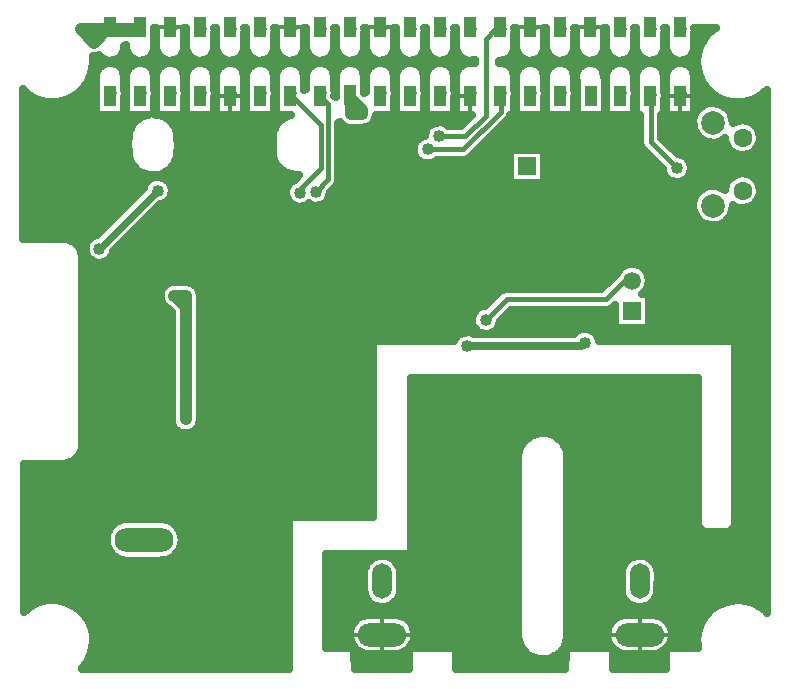
<source format=gbr>
G04 DipTrace 2.4.0.2*
%INBottom.gbr*%
%MOIN*%
%ADD14C,0.0236*%
%ADD15C,0.0394*%
%ADD17C,0.013*%
%ADD18C,0.026*%
%ADD20C,0.0157*%
%ADD23C,0.04*%
%ADD24C,0.025*%
%ADD30O,0.1614X0.0787*%
%ADD31O,0.0669X0.1181*%
%ADD32R,0.0402X0.0709*%
%ADD33R,0.0591X0.0591*%
%ADD34C,0.0591*%
%ADD35O,0.1772X0.0787*%
%ADD36O,0.1969X0.0787*%
%ADD37O,0.0787X0.1772*%
%ADD41C,0.063*%
%ADD42C,0.0787*%
%FSLAX44Y44*%
G04*
G70*
G90*
G75*
G01*
%LNBottom*%
%LPD*%
X8187Y25683D2*
D15*
X6687D1*
X6250D2*
X6687D1*
X6250D2*
X6687Y25246D1*
X7125Y25683D1*
X7187D1*
X6687D2*
Y25246D1*
X8187Y25683D2*
X7687D1*
X7187D1*
X8187D2*
Y25621D1*
X7062D1*
X6687Y25246D1*
Y25683D2*
D3*
X19125Y15121D2*
D18*
X22937D1*
X23062Y15246D1*
X9750Y12683D2*
D17*
Y12996D1*
D15*
Y16437D1*
Y16808D1*
Y13058D2*
D17*
Y12996D1*
D15*
Y13058D1*
X9375Y16808D2*
X9750D1*
X9375D2*
X9378D1*
X9750Y16437D1*
Y12683D2*
Y13058D1*
X15625Y22871D2*
Y22987D1*
X15250Y23362D1*
Y22871D1*
X24625Y17308D2*
D20*
X24375D1*
X23750Y16683D1*
X20449D1*
X19762Y15996D1*
X15250Y22871D2*
D3*
D15*
X15625D1*
X7250Y23558D2*
D20*
Y23473D1*
X7232Y23455D1*
X26232Y25758D2*
Y25701D1*
X26250Y25683D1*
X11250Y23558D2*
Y23473D1*
X11232Y23455D1*
X13250Y25683D2*
Y25740D1*
X13232Y25758D1*
X16250Y25683D2*
Y25740D1*
X16232Y25758D1*
X13562Y20246D2*
Y20371D1*
X14250Y21058D1*
Y22496D1*
X13290Y23455D1*
X13232D1*
X13250Y23558D2*
Y23473D1*
X13232Y23455D1*
X18187Y22121D2*
X19062D1*
X19750Y22808D1*
Y25371D1*
X20062Y25683D1*
X20250D1*
Y25740D1*
X20232Y25758D1*
X17812Y21683D2*
X19000D1*
X20250Y22933D1*
Y23437D1*
X20232Y23455D1*
X20250Y23558D2*
Y23437D1*
X6875Y18371D2*
D14*
X8812Y20308D1*
X14250Y25683D2*
D20*
Y25740D1*
X14232Y25758D1*
X15250Y25683D2*
Y25740D1*
X15232Y25758D1*
X23250Y23558D2*
Y23466D1*
X23261Y23455D1*
X14093Y20277D2*
X14500Y20683D1*
Y23187D1*
X14232Y23455D1*
X14250Y23558D2*
Y23473D1*
X14232Y23455D1*
X26125Y21058D2*
X25250Y21933D1*
Y23496D1*
D23*
X6687Y25683D3*
D3*
D3*
D3*
X19125Y15121D3*
X23062Y15246D3*
X9750Y12683D3*
Y16808D3*
D3*
Y12683D3*
X15250Y22871D3*
D3*
X19762Y15996D3*
X13562Y20246D3*
X18187Y22121D3*
X17812Y21683D3*
X6875Y18371D3*
X8812Y20308D3*
X14093Y20277D3*
X26125Y21058D3*
X9750Y13058D3*
X9375Y16808D3*
X7687Y25683D3*
X6250D3*
X6687Y25246D3*
X7187Y25683D3*
X8187D3*
X15625Y22871D3*
X18125Y18121D3*
X23062Y16121D3*
X22875Y13621D3*
X17375Y12621D3*
Y10433D3*
Y8121D3*
X14562Y8058D3*
Y5433D3*
X17937Y5183D3*
X20437Y4496D3*
X23187Y5183D3*
X26625Y5433D3*
Y11433D3*
Y13937D3*
X19750Y13621D3*
X9250Y25683D3*
X22562Y9433D3*
X20625Y7871D3*
X26625Y8433D3*
X23875Y10058D3*
X19062Y8683D3*
X14250Y17371D3*
X4562Y18871D3*
X4437Y23371D3*
X6187D3*
Y21183D3*
X6437Y15058D3*
X6375Y11558D3*
X4500Y10933D3*
Y8433D3*
Y6496D3*
X6500Y4496D3*
X8937D3*
X11937D3*
X22562Y6433D3*
X13062Y5683D3*
Y8683D3*
X14437Y9558D3*
X15812Y11371D3*
Y14371D3*
X17250Y20183D3*
X17062Y15433D3*
X24437D3*
X27437D3*
X28687Y13058D3*
Y10058D3*
Y7058D3*
X6437Y9058D3*
X6812D3*
X8562Y12058D3*
Y11558D3*
X8750Y11808D3*
X8937Y12058D3*
Y11558D3*
X9125Y11808D3*
X9312Y11558D3*
Y12058D3*
X8375Y11808D3*
X8187Y12058D3*
Y11558D3*
X16562Y17621D3*
X15500Y19183D3*
X13187Y20746D3*
X23189Y20310D3*
X21500Y18121D3*
X23312D3*
X24814Y20247D3*
X26312Y20308D3*
X25252Y17997D3*
X26564Y19310D3*
X26250Y22371D3*
X27000Y25621D3*
X24250Y21933D3*
X28937Y23308D3*
Y20746D3*
Y17183D3*
X9062Y16183D3*
Y14621D3*
X10875D3*
Y16183D3*
X11062Y20683D3*
X7812Y21183D3*
X9062Y19683D3*
X10250Y25683D3*
X11250D3*
X12250D3*
X13250D3*
X14250D3*
X15250D3*
X16250D3*
X17250D3*
X18250D3*
X19250D3*
X20250D3*
X21250D3*
X22250D3*
X23250D3*
X24250D3*
X25250D3*
X26250D3*
X22250Y23558D3*
X23250D3*
X24250D3*
X25250Y23496D3*
X26250Y23558D3*
X17250D3*
X18250D3*
X19250D3*
X20250D3*
X21250D3*
X12250D3*
X13250D3*
X14250D3*
X21750Y24621D3*
X16250Y23558D3*
X7250D3*
X8250D3*
X9250D3*
X10250D3*
X11250D3*
X18687Y24621D3*
X15750D3*
X24750D3*
X6375Y11933D3*
X26722Y25497D2*
D24*
X27113D1*
X26722Y25248D2*
X26941D1*
X26706Y25000D2*
X26836D1*
X6679Y24751D2*
X6914D1*
X7550D2*
X7914D1*
X8550D2*
X8914D1*
X9550D2*
X9914D1*
X10550D2*
X10914D1*
X11550D2*
X11914D1*
X12550D2*
X12914D1*
X13550D2*
X13914D1*
X14550D2*
X14914D1*
X15550D2*
X15914D1*
X16550D2*
X16914D1*
X17550D2*
X17914D1*
X18550D2*
X18914D1*
X20550D2*
X20914D1*
X21550D2*
X21914D1*
X22550D2*
X22914D1*
X23550D2*
X23914D1*
X24550D2*
X24914D1*
X25550D2*
X25914D1*
X26550D2*
X26785D1*
X6683Y24502D2*
X6969D1*
X7495D2*
X7969D1*
X8495D2*
X8969D1*
X9495D2*
X9969D1*
X10495D2*
X10969D1*
X11495D2*
X11969D1*
X12495D2*
X12969D1*
X13495D2*
X13969D1*
X14495D2*
X14969D1*
X15495D2*
X15969D1*
X16495D2*
X16969D1*
X17495D2*
X17969D1*
X18495D2*
X18969D1*
X20495D2*
X20969D1*
X21495D2*
X21969D1*
X22495D2*
X22969D1*
X23495D2*
X23969D1*
X24495D2*
X24969D1*
X25495D2*
X25969D1*
X26495D2*
X26781D1*
X6640Y24254D2*
X6772D1*
X7694D2*
X7771D1*
X8694D2*
X8771D1*
X9694D2*
X9771D1*
X10694D2*
X10771D1*
X11694D2*
X11771D1*
X12694D2*
X12771D1*
X13694D2*
X13771D1*
X14694D2*
X14771D1*
X15694D2*
X15771D1*
X16694D2*
X16771D1*
X17694D2*
X17771D1*
X18694D2*
X18771D1*
X20694D2*
X20771D1*
X21694D2*
X21771D1*
X22694D2*
X22771D1*
X23694D2*
X23771D1*
X24694D2*
X24771D1*
X25694D2*
X25771D1*
X26694D2*
X26824D1*
X6546Y24005D2*
X6742D1*
X26722D2*
X26918D1*
X6386Y23756D2*
X6742D1*
X26722D2*
X27082D1*
X4337Y23508D2*
X4512D1*
X6120D2*
X6742D1*
X26722D2*
X27348D1*
X28952D2*
X29101D1*
X4337Y23259D2*
X6742D1*
X26722D2*
X29101D1*
X4337Y23010D2*
X6742D1*
X26722D2*
X26818D1*
X27847D2*
X29101D1*
X4337Y22761D2*
X8262D1*
X9058D2*
X13051D1*
X16101D2*
X19191D1*
X20573D2*
X24883D1*
X25616D2*
X26676D1*
X27987D2*
X29101D1*
X4337Y22513D2*
X7973D1*
X9351D2*
X12769D1*
X15944D2*
X17914D1*
X18460D2*
X18941D1*
X20339D2*
X24883D1*
X25616D2*
X26652D1*
X28722D2*
X29101D1*
X4337Y22264D2*
X7851D1*
X9472D2*
X12652D1*
X14866D2*
X17719D1*
X20093D2*
X24883D1*
X25616D2*
X26723D1*
X28886D2*
X29101D1*
X4337Y22015D2*
X7816D1*
X9503D2*
X12621D1*
X14866D2*
X17461D1*
X19843D2*
X24883D1*
X25679D2*
X26953D1*
X28913D2*
X29101D1*
X4337Y21767D2*
X7816D1*
X9503D2*
X12621D1*
X14866D2*
X17328D1*
X19593D2*
X24926D1*
X25925D2*
X27797D1*
X28827D2*
X29101D1*
X4337Y21518D2*
X7828D1*
X9495D2*
X12629D1*
X14866D2*
X17351D1*
X19347D2*
X20539D1*
X21710D2*
X25152D1*
X26218D2*
X28137D1*
X28487D2*
X29101D1*
X4337Y21269D2*
X7906D1*
X9413D2*
X12711D1*
X14866D2*
X17574D1*
X18050D2*
X20539D1*
X21710D2*
X25402D1*
X26566D2*
X29101D1*
X4337Y21021D2*
X8101D1*
X9218D2*
X12910D1*
X14866D2*
X20539D1*
X21710D2*
X25637D1*
X26612D2*
X29101D1*
X4337Y20772D2*
X8758D1*
X8868D2*
X13453D1*
X14866D2*
X20539D1*
X21710D2*
X25734D1*
X26515D2*
X27937D1*
X28687D2*
X29101D1*
X4337Y20523D2*
X8375D1*
X9249D2*
X13164D1*
X14827D2*
X27750D1*
X28874D2*
X29101D1*
X4337Y20275D2*
X8211D1*
X9300D2*
X13074D1*
X14601D2*
X26836D1*
X28917D2*
X29101D1*
X4337Y20026D2*
X7965D1*
X9206D2*
X13129D1*
X14511D2*
X26680D1*
X28843D2*
X29101D1*
X4337Y19777D2*
X7715D1*
X8847D2*
X26644D1*
X28569D2*
X29101D1*
X4337Y19529D2*
X7465D1*
X8601D2*
X26707D1*
X27948D2*
X29101D1*
X4337Y19280D2*
X7219D1*
X8351D2*
X26914D1*
X27741D2*
X29101D1*
X4337Y19031D2*
X6969D1*
X8101D2*
X29101D1*
X4337Y18782D2*
X6633D1*
X7855D2*
X29101D1*
X6128Y18534D2*
X6414D1*
X7605D2*
X29101D1*
X6288Y18285D2*
X6393D1*
X7355D2*
X29101D1*
X6316Y18036D2*
X6527D1*
X7222D2*
X29101D1*
X6316Y17788D2*
X24308D1*
X24941D2*
X29101D1*
X6316Y17539D2*
X24090D1*
X25159D2*
X29101D1*
X6316Y17290D2*
X23848D1*
X25210D2*
X29101D1*
X6316Y17042D2*
X8949D1*
X10175D2*
X23598D1*
X25144D2*
X29101D1*
X6316Y16793D2*
X8887D1*
X10237D2*
X20047D1*
X25210D2*
X29101D1*
X6316Y16544D2*
X8969D1*
X10237D2*
X19801D1*
X25210D2*
X29101D1*
X6316Y16296D2*
X9215D1*
X10237D2*
X19383D1*
X20573D2*
X24039D1*
X25210D2*
X29101D1*
X6316Y16047D2*
X9262D1*
X10237D2*
X19273D1*
X20323D2*
X24039D1*
X25210D2*
X29101D1*
X6316Y15798D2*
X9262D1*
X10237D2*
X19316D1*
X20206D2*
X24039D1*
X25210D2*
X29101D1*
X6316Y15550D2*
X9262D1*
X10237D2*
X18922D1*
X19327D2*
X19605D1*
X19917D2*
X22683D1*
X23441D2*
X29101D1*
X6316Y15301D2*
X9262D1*
X10237D2*
X15976D1*
X28003D2*
X29101D1*
X6316Y15052D2*
X9262D1*
X10237D2*
X15976D1*
X28085D2*
X29101D1*
X6316Y14803D2*
X9262D1*
X10237D2*
X15976D1*
X28085D2*
X29101D1*
X6316Y14555D2*
X9262D1*
X10237D2*
X15976D1*
X28085D2*
X29101D1*
X6316Y14306D2*
X9262D1*
X10237D2*
X15976D1*
X28085D2*
X29101D1*
X6316Y14057D2*
X9262D1*
X10237D2*
X15976D1*
X28085D2*
X29101D1*
X6316Y13809D2*
X9262D1*
X10237D2*
X15976D1*
X28085D2*
X29101D1*
X6316Y13560D2*
X9262D1*
X10237D2*
X15976D1*
X28085D2*
X29101D1*
X6316Y13311D2*
X9262D1*
X10237D2*
X15976D1*
X28085D2*
X29101D1*
X6316Y13063D2*
X9262D1*
X10237D2*
X15976D1*
X28085D2*
X29101D1*
X6316Y12814D2*
X9262D1*
X10237D2*
X15976D1*
X28085D2*
X29101D1*
X6316Y12565D2*
X9273D1*
X10226D2*
X15976D1*
X28085D2*
X29101D1*
X6316Y12317D2*
X9437D1*
X10062D2*
X15976D1*
X28085D2*
X29101D1*
X6316Y12068D2*
X15976D1*
X28085D2*
X29101D1*
X6316Y11819D2*
X15976D1*
X28085D2*
X29101D1*
X6265Y11570D2*
X15976D1*
X28085D2*
X29101D1*
X6054Y11322D2*
X15976D1*
X28085D2*
X29101D1*
X4398Y11073D2*
X15976D1*
X28085D2*
X29101D1*
X4398Y10824D2*
X15976D1*
X28085D2*
X29101D1*
X4398Y10576D2*
X15976D1*
X28085D2*
X29101D1*
X4398Y10327D2*
X15976D1*
X28085D2*
X29101D1*
X4398Y10078D2*
X15976D1*
X28085D2*
X29101D1*
X4398Y9830D2*
X15976D1*
X28085D2*
X29101D1*
X4398Y9581D2*
X15976D1*
X28085D2*
X29101D1*
X4398Y9332D2*
X7555D1*
X9171D2*
X13164D1*
X28085D2*
X29101D1*
X4398Y9084D2*
X7223D1*
X9503D2*
X13164D1*
X28085D2*
X29101D1*
X4398Y8835D2*
X7109D1*
X9616D2*
X13164D1*
X28085D2*
X29101D1*
X4398Y8586D2*
X7094D1*
X9632D2*
X13164D1*
X28085D2*
X29101D1*
X4398Y8338D2*
X7176D1*
X9550D2*
X13164D1*
X28085D2*
X29101D1*
X4398Y8089D2*
X7406D1*
X9319D2*
X13164D1*
X28085D2*
X29101D1*
X4398Y7840D2*
X13164D1*
X28085D2*
X29101D1*
X4398Y7591D2*
X13164D1*
X28085D2*
X29101D1*
X4398Y7343D2*
X13164D1*
X28085D2*
X29101D1*
X4398Y7094D2*
X13164D1*
X28085D2*
X29101D1*
X4398Y6845D2*
X13164D1*
X28085D2*
X29101D1*
X4398Y6597D2*
X4883D1*
X5749D2*
X13164D1*
X28589D2*
X29101D1*
X6202Y6348D2*
X13164D1*
X6433Y6099D2*
X13164D1*
X6573Y5851D2*
X13164D1*
X6655Y5602D2*
X13164D1*
X6687Y5353D2*
X13164D1*
X6671Y5105D2*
X13164D1*
X6608Y4856D2*
X13164D1*
X6487Y4607D2*
X13164D1*
X9697Y23437D2*
Y22836D1*
X8822D1*
X8766Y22847D1*
Y23711D1*
X8697Y23669D1*
X8714Y23558D1*
X8697Y23437D1*
Y22853D1*
X8846Y22831D1*
X8983Y22786D1*
X9094Y22728D1*
X9181Y22666D1*
X9259Y22592D1*
X9327Y22509D1*
X9383Y22418D1*
X9427Y22321D1*
X9458Y22218D1*
X9475Y22113D1*
X9479Y21784D1*
X9475Y21561D1*
X9449Y21419D1*
X9406Y21302D1*
X9355Y21208D1*
X9293Y21121D1*
X9219Y21043D1*
X9137Y20975D1*
X9046Y20918D1*
X8948Y20874D1*
X8846Y20843D1*
X8740Y20826D1*
X8633Y20823D1*
X8526Y20833D1*
X8422Y20858D1*
X8322Y20895D1*
X8228Y20946D1*
X8141Y21009D1*
X8063Y21082D1*
X7995Y21165D1*
X7938Y21256D1*
X7894Y21353D1*
X7863Y21456D1*
X7846Y21561D1*
X7842Y21890D1*
X7846Y22113D1*
X7873Y22255D1*
X7916Y22372D1*
X7966Y22467D1*
X8029Y22554D1*
X8102Y22632D1*
X8185Y22699D1*
X8276Y22756D1*
X8373Y22800D1*
X8500Y22836D1*
X7766D1*
Y23711D1*
X7697Y23669D1*
X7714Y23558D1*
X7697Y23437D1*
Y22836D1*
X6766D1*
X6770Y24074D1*
X6773Y24156D1*
X6803Y24277D1*
X6864Y24385D1*
X6952Y24474D1*
X7061Y24536D1*
X7182Y24566D1*
X7306Y24563D1*
X7425Y24527D1*
X7531Y24460D1*
X7614Y24367D1*
X7670Y24256D1*
X7694Y24103D1*
X7697Y24074D1*
Y23680D1*
X7766Y23711D1*
X7773Y24156D1*
X7803Y24277D1*
X7864Y24385D1*
X7952Y24474D1*
X8061Y24536D1*
X8182Y24566D1*
X8306Y24563D1*
X8425Y24527D1*
X8531Y24460D1*
X8614Y24367D1*
X8670Y24256D1*
X8697Y24074D1*
Y23680D1*
X8766Y23711D1*
X8773Y24156D1*
X8803Y24277D1*
X8864Y24385D1*
X8952Y24474D1*
X9061Y24536D1*
X9182Y24566D1*
X9306Y24563D1*
X9425Y24527D1*
X9531Y24460D1*
X9614Y24367D1*
X9670Y24256D1*
X9697Y24074D1*
Y23680D1*
X9766Y23711D1*
X9773Y24156D1*
X9803Y24277D1*
X9864Y24385D1*
X9952Y24474D1*
X10061Y24536D1*
X10182Y24566D1*
X10306Y24563D1*
X10425Y24527D1*
X10531Y24460D1*
X10614Y24367D1*
X10670Y24256D1*
X10697Y24074D1*
Y23680D1*
X10766Y23686D1*
X10773Y24156D1*
X10803Y24277D1*
X10864Y24385D1*
X10952Y24474D1*
X11061Y24536D1*
X11182Y24566D1*
X11306Y24563D1*
X11425Y24527D1*
X11531Y24460D1*
X11614Y24367D1*
X11670Y24256D1*
X11697Y24074D1*
Y22836D1*
X10766D1*
Y23686D1*
X10697Y23669D1*
X10714Y23558D1*
X10697Y23437D1*
Y22836D1*
X9766D1*
Y23711D1*
X9697Y23669D1*
X9714Y23558D1*
X9696Y23431D1*
X20697Y23437D2*
Y22836D1*
X20576D1*
X20571Y22811D1*
X20493Y22690D1*
X19243Y21440D1*
X19140Y21370D1*
X19000Y21340D1*
X18128D1*
X18033Y21274D1*
X17916Y21230D1*
X17792Y21219D1*
X17670Y21241D1*
X17557Y21294D1*
X17463Y21376D1*
X17394Y21480D1*
X17355Y21598D1*
X17349Y21723D1*
X17376Y21844D1*
X17434Y21954D1*
X17520Y22045D1*
X17626Y22109D1*
X17720Y22136D1*
X17751Y22282D1*
X17809Y22392D1*
X17895Y22482D1*
X18001Y22547D1*
X18121Y22581D1*
X18246Y22582D1*
X18366Y22550D1*
X18474Y22487D1*
X18498Y22461D1*
X18917Y22464D1*
X19292Y22836D1*
X18766D1*
Y23686D1*
X18697Y23669D1*
X18714Y23558D1*
X18697Y23437D1*
Y22836D1*
X17766D1*
Y23711D1*
X17697Y23669D1*
X17714Y23558D1*
X17697Y23437D1*
Y22836D1*
X16766D1*
Y23711D1*
X16697Y23669D1*
X16714Y23558D1*
X16697Y23437D1*
Y22836D1*
X16092D1*
X16073Y22747D1*
X16024Y22633D1*
X15946Y22535D1*
X15846Y22462D1*
X15729Y22418D1*
X15586Y22410D1*
X15230Y22406D1*
X15107Y22428D1*
X14995Y22482D1*
X14901Y22563D1*
X14881Y22593D1*
X14843Y22562D1*
Y20683D1*
X14821Y20561D1*
X14743Y20440D1*
X14557Y20255D1*
X14541Y20153D1*
X14493Y20039D1*
X14415Y19941D1*
X14314Y19868D1*
X14198Y19824D1*
X14074Y19812D1*
X13951Y19834D1*
X13849Y19883D1*
X13783Y19837D1*
X13666Y19793D1*
X13542Y19781D1*
X13420Y19803D1*
X13307Y19857D1*
X13213Y19938D1*
X13144Y20042D1*
X13105Y20161D1*
X13099Y20285D1*
X13126Y20407D1*
X13184Y20517D1*
X13270Y20607D1*
X13380Y20673D1*
X13537Y20832D1*
X13401Y20831D1*
X13278Y20850D1*
X13141Y20894D1*
X13030Y20952D1*
X12943Y21015D1*
X12865Y21088D1*
X12797Y21171D1*
X12741Y21262D1*
X12697Y21360D1*
X12666Y21462D1*
X12649Y21568D1*
X12645Y21897D1*
X12649Y22119D1*
X12675Y22261D1*
X12718Y22379D1*
X12769Y22473D1*
X12831Y22560D1*
X12905Y22638D1*
X12987Y22706D1*
X13078Y22762D1*
X13176Y22806D1*
X13254Y22831D1*
X13148Y22796D1*
X13272Y22836D1*
X12766D1*
Y23711D1*
X12697Y23669D1*
X12714Y23558D1*
X12697Y23437D1*
Y22836D1*
X11766D1*
X11770Y24074D1*
X11773Y24156D1*
X11803Y24277D1*
X11864Y24385D1*
X11952Y24474D1*
X12061Y24536D1*
X12182Y24566D1*
X12306Y24563D1*
X12425Y24527D1*
X12531Y24460D1*
X12614Y24367D1*
X12670Y24256D1*
X12694Y24103D1*
X12697Y24074D1*
Y23680D1*
X12766Y23711D1*
X12773Y24156D1*
X12803Y24277D1*
X12864Y24385D1*
X12952Y24474D1*
X13061Y24536D1*
X13182Y24566D1*
X13306Y24563D1*
X13425Y24527D1*
X13531Y24460D1*
X13614Y24367D1*
X13670Y24256D1*
X13697Y24074D1*
Y23680D1*
X13766Y23711D1*
X13773Y24156D1*
X13803Y24277D1*
X13864Y24385D1*
X13952Y24474D1*
X14061Y24536D1*
X14182Y24566D1*
X14306Y24563D1*
X14425Y24527D1*
X14531Y24460D1*
X14614Y24367D1*
X14670Y24256D1*
X14697Y24074D1*
Y23680D1*
X14714Y23558D1*
X14702Y23469D1*
X14745Y23427D1*
X14766Y23490D1*
X14773Y24156D1*
X14803Y24277D1*
X14864Y24385D1*
X14952Y24474D1*
X15061Y24536D1*
X15182Y24566D1*
X15306Y24563D1*
X15425Y24527D1*
X15531Y24460D1*
X15614Y24367D1*
X15670Y24256D1*
X15694Y24103D1*
X15697Y23854D1*
Y23568D1*
X15766Y23586D1*
X15773Y24156D1*
X15803Y24277D1*
X15864Y24385D1*
X15952Y24474D1*
X16061Y24536D1*
X16182Y24566D1*
X16306Y24563D1*
X16425Y24527D1*
X16531Y24460D1*
X16614Y24367D1*
X16670Y24256D1*
X16697Y24074D1*
Y23680D1*
X16766Y23711D1*
X16773Y24156D1*
X16803Y24277D1*
X16864Y24385D1*
X16952Y24474D1*
X17061Y24536D1*
X17182Y24566D1*
X17306Y24563D1*
X17425Y24527D1*
X17531Y24460D1*
X17614Y24367D1*
X17670Y24256D1*
X17697Y24074D1*
Y23680D1*
X17766Y23711D1*
X17773Y24156D1*
X17803Y24277D1*
X17864Y24385D1*
X17952Y24474D1*
X18061Y24536D1*
X18182Y24566D1*
X18306Y24563D1*
X18425Y24527D1*
X18531Y24460D1*
X18614Y24367D1*
X18670Y24256D1*
X18697Y24074D1*
Y23680D1*
X18766Y23686D1*
X18773Y24156D1*
X18803Y24277D1*
X18864Y24385D1*
X18952Y24474D1*
X19061Y24536D1*
X19182Y24566D1*
X19406Y24558D1*
Y24679D1*
X19331Y24655D1*
X19207Y24645D1*
X19085Y24669D1*
X18973Y24724D1*
X18880Y24807D1*
X18813Y24912D1*
X18776Y25035D1*
X18766Y25139D1*
Y25744D1*
X18707Y25746D1*
X18714Y25683D1*
X18696Y25556D1*
X18694Y25133D1*
X18677Y24984D1*
X18628Y24869D1*
X18549Y24771D1*
X18448Y24699D1*
X18331Y24655D1*
X18207Y24645D1*
X18085Y24669D1*
X17973Y24724D1*
X17880Y24807D1*
X17813Y24912D1*
X17776Y25035D1*
X17766Y25264D1*
Y25744D1*
X17707Y25746D1*
X17714Y25683D1*
X17696Y25556D1*
X17694Y25133D1*
X17677Y24984D1*
X17628Y24869D1*
X17549Y24771D1*
X17448Y24699D1*
X17331Y24655D1*
X17207Y24645D1*
X17085Y24669D1*
X16973Y24724D1*
X16880Y24807D1*
X16813Y24912D1*
X16776Y25035D1*
X16766Y25264D1*
Y25744D1*
X16699Y25746D1*
X16697Y25139D1*
X16694Y25133D1*
X16677Y24984D1*
X16628Y24869D1*
X16549Y24771D1*
X16448Y24699D1*
X16331Y24655D1*
X16207Y24645D1*
X16085Y24669D1*
X15973Y24724D1*
X15880Y24807D1*
X15813Y24912D1*
X15776Y25035D1*
X15766Y25214D1*
Y25746D1*
X15707D1*
X15714Y25683D1*
X15696Y25556D1*
X15694Y25133D1*
X15677Y24984D1*
X15628Y24869D1*
X15549Y24771D1*
X15448Y24699D1*
X15331Y24655D1*
X15207Y24645D1*
X15085Y24669D1*
X14973Y24724D1*
X14880Y24807D1*
X14813Y24912D1*
X14776Y25035D1*
X14766Y25264D1*
Y25744D1*
X14707Y25746D1*
X14714Y25683D1*
X14696Y25556D1*
X14694Y25133D1*
X14677Y24984D1*
X14628Y24869D1*
X14549Y24771D1*
X14448Y24699D1*
X14331Y24655D1*
X14207Y24645D1*
X14085Y24669D1*
X13973Y24724D1*
X13880Y24807D1*
X13813Y24912D1*
X13776Y25035D1*
X13766Y25264D1*
Y25744D1*
X13699Y25746D1*
X13697Y25139D1*
X13694Y25133D1*
X13677Y24984D1*
X13628Y24869D1*
X13549Y24771D1*
X13448Y24699D1*
X13331Y24655D1*
X13207Y24645D1*
X13085Y24669D1*
X12973Y24724D1*
X12880Y24807D1*
X12813Y24912D1*
X12776Y25035D1*
X12766Y25214D1*
Y25746D1*
X12707D1*
X12714Y25683D1*
X12696Y25556D1*
X12694Y25133D1*
X12677Y24984D1*
X12628Y24869D1*
X12549Y24771D1*
X12448Y24699D1*
X12331Y24655D1*
X12207Y24645D1*
X12085Y24669D1*
X11973Y24724D1*
X11880Y24807D1*
X11813Y24912D1*
X11776Y25035D1*
X11766Y25264D1*
Y25744D1*
X11707Y25746D1*
X11714Y25683D1*
X11696Y25556D1*
X11694Y25133D1*
X11677Y24984D1*
X11628Y24869D1*
X11549Y24771D1*
X11448Y24699D1*
X11331Y24655D1*
X11207Y24645D1*
X11085Y24669D1*
X10973Y24724D1*
X10880Y24807D1*
X10813Y24912D1*
X10776Y25035D1*
X10766Y25264D1*
Y25744D1*
X10707Y25746D1*
X10714Y25683D1*
X10696Y25556D1*
X10694Y25133D1*
X10677Y24984D1*
X10628Y24869D1*
X10549Y24771D1*
X10448Y24699D1*
X10331Y24655D1*
X10207Y24645D1*
X10085Y24669D1*
X9973Y24724D1*
X9880Y24807D1*
X9813Y24912D1*
X9776Y25035D1*
X9766Y25264D1*
Y25744D1*
X9699Y25746D1*
X9697Y25139D1*
X9694Y25133D1*
X9677Y24984D1*
X9628Y24869D1*
X9549Y24771D1*
X9448Y24699D1*
X9331Y24655D1*
X9207Y24645D1*
X9085Y24669D1*
X8973Y24724D1*
X8880Y24807D1*
X8813Y24912D1*
X8776Y25035D1*
X8766Y25214D1*
Y25746D1*
X8699D1*
X8694Y25133D1*
X8677Y24984D1*
X8628Y24869D1*
X8549Y24771D1*
X8448Y24699D1*
X8331Y24655D1*
X8207Y24645D1*
X8085Y24669D1*
X7973Y24724D1*
X7880Y24807D1*
X7813Y24912D1*
X7776Y25035D1*
X7766Y25158D1*
X7694Y25133D1*
X7677Y24984D1*
X7628Y24869D1*
X7549Y24771D1*
X7448Y24699D1*
X7331Y24655D1*
X7207Y24645D1*
X7085Y24669D1*
X6973Y24724D1*
X6874Y24817D1*
X6791Y24793D1*
X6648Y24785D1*
X6662Y24606D1*
X6639Y24358D1*
X6570Y24118D1*
X6458Y23894D1*
X6307Y23696D1*
X6122Y23528D1*
X5909Y23398D1*
X5676Y23309D1*
X5430Y23264D1*
X5181Y23266D1*
X4936Y23314D1*
X4704Y23406D1*
X4493Y23540D1*
X4313Y23707D1*
X4312Y18687D1*
X5312Y18686D1*
X5769D1*
X5875Y18665D1*
X6014Y18603D1*
X6132Y18507D1*
X6222Y18384D1*
X6276Y18241D1*
X6290Y18123D1*
X6289Y11774D1*
X6268Y11641D1*
X6205Y11502D1*
X6109Y11383D1*
X5991Y11296D1*
X5839Y11229D1*
X5625Y11183D1*
X4375D1*
Y6281D1*
X4523Y6403D1*
X4738Y6530D1*
X4972Y6616D1*
X5219Y6657D1*
X5468Y6652D1*
X5712Y6600D1*
X5943Y6505D1*
X6152Y6368D1*
X6333Y6196D1*
X6478Y5993D1*
X6583Y5767D1*
X6645Y5525D1*
X6662Y5313D1*
X6639Y5065D1*
X6570Y4825D1*
X6458Y4602D1*
X6307Y4403D1*
X6277Y4373D1*
X10375Y4371D1*
X13187D1*
Y9308D1*
X13248Y9414D1*
X13312Y9433D1*
X16000D1*
Y15183D1*
X16061Y15289D1*
X16125Y15308D1*
X18699D1*
X18747Y15392D1*
X18832Y15482D1*
X18939Y15547D1*
X19059Y15581D1*
X19183Y15582D1*
X19304Y15550D1*
X19375Y15516D1*
X22684Y15517D1*
X22770Y15607D1*
X22876Y15672D1*
X22996Y15706D1*
X23121Y15707D1*
X23241Y15675D1*
X23349Y15612D1*
X23436Y15522D1*
X23496Y15413D1*
X23520Y15311D1*
X24128Y15306D1*
X26125Y15308D1*
X27937D1*
X28042Y15247D1*
X28062Y15183D1*
Y6656D1*
X28178Y6661D1*
X28426Y6633D1*
X28665Y6559D1*
X28886Y6443D1*
X29081Y6288D1*
X29127Y6240D1*
X29126Y6749D1*
X29125Y8746D1*
Y23679D1*
X28957Y23528D1*
X28744Y23398D1*
X28511Y23309D1*
X28265Y23264D1*
X28015Y23266D1*
X27770Y23314D1*
X27538Y23406D1*
X27327Y23540D1*
X27145Y23710D1*
X26997Y23911D1*
X26888Y24135D1*
X26823Y24376D1*
X26803Y24625D1*
X26830Y24873D1*
X26902Y25113D1*
X27017Y25334D1*
X27170Y25531D1*
X27358Y25696D1*
X27433Y25745D1*
X26707Y25746D1*
X26714Y25683D1*
X26697Y25561D1*
X26694Y25107D1*
X26677Y24984D1*
X26628Y24869D1*
X26549Y24771D1*
X26448Y24699D1*
X26331Y24655D1*
X26207Y24645D1*
X26085Y24669D1*
X25973Y24724D1*
X25880Y24807D1*
X25813Y24912D1*
X25776Y25035D1*
X25766Y25264D1*
Y25744D1*
X25707Y25746D1*
X25714Y25683D1*
X25696Y25556D1*
X25694Y25133D1*
X25677Y24984D1*
X25628Y24869D1*
X25549Y24771D1*
X25448Y24699D1*
X25331Y24655D1*
X25207Y24645D1*
X25085Y24669D1*
X24973Y24724D1*
X24880Y24807D1*
X24813Y24912D1*
X24776Y25035D1*
X24766Y25264D1*
Y25744D1*
X24707Y25746D1*
X24714Y25683D1*
X24696Y25556D1*
X24694Y25133D1*
X24677Y24984D1*
X24628Y24869D1*
X24549Y24771D1*
X24448Y24699D1*
X24331Y24655D1*
X24207Y24645D1*
X24085Y24669D1*
X23973Y24724D1*
X23880Y24807D1*
X23813Y24912D1*
X23776Y25035D1*
X23766Y25264D1*
Y25744D1*
X23699Y25746D1*
X23697Y25139D1*
X23694Y25133D1*
X23677Y24984D1*
X23628Y24869D1*
X23549Y24771D1*
X23448Y24699D1*
X23331Y24655D1*
X23207Y24645D1*
X23085Y24669D1*
X22973Y24724D1*
X22880Y24807D1*
X22813Y24912D1*
X22776Y25035D1*
X22766Y25214D1*
Y25746D1*
X22707D1*
X22714Y25683D1*
X22696Y25556D1*
X22694Y25133D1*
X22677Y24984D1*
X22628Y24869D1*
X22549Y24771D1*
X22448Y24699D1*
X22331Y24655D1*
X22207Y24645D1*
X22085Y24669D1*
X21973Y24724D1*
X21880Y24807D1*
X21813Y24912D1*
X21776Y25035D1*
X21766Y25264D1*
Y25744D1*
X21699Y25746D1*
X21697Y25139D1*
X21694Y25133D1*
X21677Y24984D1*
X21628Y24869D1*
X21549Y24771D1*
X21448Y24699D1*
X21331Y24655D1*
X21207Y24645D1*
X21085Y24669D1*
X20973Y24724D1*
X20880Y24807D1*
X20813Y24912D1*
X20776Y25035D1*
X20766Y25214D1*
Y25746D1*
X20707D1*
X20714Y25683D1*
X20696Y25556D1*
X20694Y25133D1*
X20677Y24984D1*
X20628Y24869D1*
X20549Y24771D1*
X20448Y24699D1*
X20331Y24655D1*
X20203Y24646D1*
X20182Y24566D1*
X20306Y24563D1*
X20425Y24527D1*
X20531Y24460D1*
X20614Y24367D1*
X20670Y24256D1*
X20697Y24074D1*
Y23680D1*
X20766Y23711D1*
X20773Y24156D1*
X20803Y24277D1*
X20864Y24385D1*
X20952Y24474D1*
X21061Y24536D1*
X21182Y24566D1*
X21306Y24563D1*
X21425Y24527D1*
X21531Y24460D1*
X21614Y24367D1*
X21670Y24256D1*
X21697Y24074D1*
Y23680D1*
X21766Y23711D1*
X21773Y24156D1*
X21803Y24277D1*
X21864Y24385D1*
X21952Y24474D1*
X22061Y24536D1*
X22182Y24566D1*
X22306Y24563D1*
X22425Y24527D1*
X22531Y24460D1*
X22614Y24367D1*
X22670Y24256D1*
X22697Y24074D1*
Y23680D1*
X22714Y23558D1*
X22696Y23431D1*
X22792Y23473D1*
X22786Y23598D1*
X22795Y23711D1*
Y23957D1*
X22776Y24031D1*
X22773Y24156D1*
X22803Y24277D1*
X22864Y24385D1*
X22952Y24474D1*
X23061Y24536D1*
X23182Y24566D1*
X23306Y24563D1*
X23425Y24527D1*
X23531Y24460D1*
X23614Y24367D1*
X23670Y24256D1*
X23694Y24103D1*
X23727Y24074D1*
Y22836D1*
X22795D1*
Y23457D1*
X22697Y23324D1*
Y22836D1*
X21766D1*
Y23711D1*
X21697Y23669D1*
X21714Y23558D1*
X21697Y23437D1*
Y22836D1*
X20766D1*
Y23711D1*
X20697Y23669D1*
X20714Y23558D1*
X20696Y23431D1*
X24697Y23437D2*
Y22836D1*
X23766D1*
X23770Y24074D1*
X23773Y24156D1*
X23803Y24277D1*
X23864Y24385D1*
X23952Y24474D1*
X24061Y24536D1*
X24182Y24566D1*
X24306Y24563D1*
X24425Y24527D1*
X24531Y24460D1*
X24614Y24367D1*
X24670Y24256D1*
X24694Y24103D1*
X24697Y24074D1*
Y23680D1*
X24766Y23711D1*
X24773Y24156D1*
X24803Y24277D1*
X24864Y24385D1*
X24952Y24474D1*
X25061Y24536D1*
X25182Y24566D1*
X25306Y24563D1*
X25425Y24527D1*
X25531Y24460D1*
X25614Y24367D1*
X25670Y24256D1*
X25697Y24074D1*
Y23617D1*
X25766Y23611D1*
X25773Y24156D1*
X25803Y24277D1*
X25864Y24385D1*
X25952Y24474D1*
X26061Y24536D1*
X26182Y24566D1*
X26306Y24563D1*
X26425Y24527D1*
X26531Y24460D1*
X26614Y24367D1*
X26670Y24256D1*
X26697Y24074D1*
Y22836D1*
X25766D1*
Y23611D1*
X25697Y23606D1*
X25714Y23496D1*
X25697Y23375D1*
Y22836D1*
X25592D1*
X25593Y22078D1*
X26147Y21522D1*
X26304Y21487D1*
X26411Y21424D1*
X26498Y21335D1*
X26558Y21226D1*
X26589Y21058D1*
X26573Y20935D1*
X26524Y20820D1*
X26446Y20723D1*
X26346Y20649D1*
X26229Y20605D1*
X26105Y20594D1*
X25982Y20616D1*
X25870Y20669D1*
X25776Y20751D1*
X25706Y20855D1*
X25667Y20973D1*
X25665Y21031D1*
X25007Y21690D1*
X24936Y21793D1*
X24906Y21933D1*
Y22836D1*
X24766D1*
Y23711D1*
X24697Y23669D1*
X24714Y23558D1*
X24696Y23431D1*
X20689Y21681D2*
X21685D1*
Y20560D1*
X20564D1*
Y21681D1*
X20689D1*
X24974Y16868D2*
X25185D1*
Y15748D1*
X24064D1*
Y16510D1*
X23993Y16440D1*
X23890Y16370D1*
X23750Y16340D1*
X20589D1*
X20225Y15973D1*
X20210Y15872D1*
X20161Y15758D1*
X20083Y15660D1*
X19983Y15587D1*
X19866Y15543D1*
X19742Y15531D1*
X19619Y15553D1*
X19507Y15607D1*
X19413Y15688D1*
X19343Y15792D1*
X19304Y15911D1*
X19298Y16035D1*
X19325Y16157D1*
X19384Y16267D1*
X19469Y16357D1*
X19576Y16422D1*
X19696Y16456D1*
X19739D1*
X20206Y16926D1*
X20308Y16997D1*
X20449Y17027D1*
X23609D1*
X24111Y17531D1*
X24179Y17648D1*
X24265Y17738D1*
X24369Y17807D1*
X24486Y17851D1*
X24610Y17868D1*
X24734Y17858D1*
X24853Y17820D1*
X24960Y17757D1*
X25051Y17671D1*
X25121Y17568D1*
X25166Y17451D1*
X25185Y17308D1*
X25171Y17184D1*
X25130Y17066D1*
X25064Y16961D1*
X24973Y16870D1*
X7810Y7978D2*
X7659Y7993D1*
X7540Y8031D1*
X7430Y8090D1*
X7332Y8167D1*
X7249Y8261D1*
X7185Y8367D1*
X7140Y8484D1*
X7117Y8607D1*
X7116Y8731D1*
X7137Y8854D1*
X7180Y8972D1*
X7243Y9079D1*
X7324Y9174D1*
X7421Y9253D1*
X7531Y9313D1*
X7649Y9353D1*
X7815Y9370D1*
X8437Y9372D1*
X8999Y9367D1*
X9121Y9341D1*
X9237Y9293D1*
X9342Y9226D1*
X9433Y9141D1*
X9508Y9041D1*
X9564Y8929D1*
X9599Y8809D1*
X9612Y8674D1*
X9601Y8550D1*
X9568Y8430D1*
X9514Y8317D1*
X9440Y8216D1*
X9350Y8130D1*
X9246Y8061D1*
X9132Y8011D1*
X9010Y7983D1*
X8789Y7976D1*
X7812Y7980D1*
X28878Y20184D2*
X28839Y20066D1*
X28775Y19959D1*
X28689Y19868D1*
X28586Y19797D1*
X28471Y19750D1*
X28348Y19729D1*
X28223Y19735D1*
X28103Y19767D1*
X27986Y19824D1*
X27975Y19686D1*
X27940Y19566D1*
X27882Y19455D1*
X27806Y19357D1*
X27711Y19275D1*
X27604Y19212D1*
X27486Y19171D1*
X27362Y19153D1*
X27238Y19158D1*
X27116Y19187D1*
X27002Y19238D1*
X26900Y19309D1*
X26813Y19399D1*
X26745Y19504D1*
X26698Y19619D1*
X26673Y19741D1*
X26672Y19866D1*
X26694Y19989D1*
X26739Y20105D1*
X26805Y20211D1*
X26890Y20303D1*
X26991Y20376D1*
X27104Y20430D1*
X27225Y20461D1*
X27349Y20469D1*
X27473Y20453D1*
X27591Y20414D1*
X27733Y20326D1*
X27759Y20484D1*
X27810Y20598D1*
X27883Y20699D1*
X27977Y20781D1*
X28086Y20842D1*
X28205Y20878D1*
X28329Y20888D1*
X28453Y20871D1*
X28570Y20828D1*
X28675Y20760D1*
X28763Y20672D1*
X28831Y20567D1*
X28874Y20450D1*
X28892Y20308D1*
X28878Y20184D1*
Y21954D2*
X28839Y21836D1*
X28775Y21728D1*
X28689Y21638D1*
X28586Y21567D1*
X28471Y21520D1*
X28348Y21499D1*
X28223Y21505D1*
X28103Y21537D1*
X27992Y21594D1*
X27896Y21674D1*
X27819Y21772D1*
X27765Y21885D1*
X27737Y22006D1*
X27736Y22049D1*
X27607Y21972D1*
X27490Y21931D1*
X27366Y21912D1*
X27242Y21918D1*
X27120Y21946D1*
X27006Y21998D1*
X26904Y22069D1*
X26817Y22159D1*
X26749Y22263D1*
X26701Y22379D1*
X26677Y22501D1*
X26675Y22626D1*
X26698Y22749D1*
X26743Y22865D1*
X26809Y22971D1*
X26894Y23062D1*
X26995Y23136D1*
X27108Y23190D1*
X27228Y23221D1*
X27353Y23228D1*
X27477Y23213D1*
X27595Y23174D1*
X27705Y23113D1*
X27800Y23033D1*
X27879Y22936D1*
X27938Y22826D1*
X27976Y22707D1*
X27989Y22559D1*
X28086Y22612D1*
X28205Y22648D1*
X28329Y22658D1*
X28453Y22640D1*
X28570Y22597D1*
X28675Y22530D1*
X28763Y22442D1*
X28831Y22337D1*
X28874Y22220D1*
X28892Y22078D1*
X28878Y21954D1*
X9288Y13063D2*
Y16250D1*
X9026Y16501D1*
X8956Y16605D1*
X8917Y16723D1*
X8911Y16848D1*
X8938Y16969D1*
X8997Y17079D1*
X9082Y17170D1*
X9189Y17234D1*
X9309Y17268D1*
X9808Y17269D1*
X9929Y17237D1*
X10036Y17174D1*
X10123Y17085D1*
X10183Y16976D1*
X10214Y16808D1*
X10211Y16433D1*
X10214Y13058D1*
X10211Y12808D1*
X10214Y12683D1*
X10198Y12560D1*
X10149Y12445D1*
X10071Y12348D1*
X9971Y12274D1*
X9854Y12230D1*
X9730Y12219D1*
X9607Y12241D1*
X9495Y12294D1*
X9401Y12376D1*
X9331Y12480D1*
X9292Y12598D1*
X9288Y12996D1*
Y13121D1*
X10198Y12560D2*
X10149Y12445D1*
X10071Y12348D1*
X9971Y12274D1*
X9854Y12230D1*
X9730Y12219D1*
X9607Y12241D1*
X9495Y12294D1*
X9401Y12376D1*
X9331Y12480D1*
X9292Y12598D1*
X9287Y12726D1*
X6789Y18827D2*
X8358Y20395D1*
X8376Y20469D1*
X8434Y20579D1*
X8520Y20670D1*
X8626Y20734D1*
X8746Y20768D1*
X8871Y20769D1*
X8991Y20737D1*
X9099Y20674D1*
X9186Y20585D1*
X9246Y20476D1*
X9277Y20308D1*
X9260Y20185D1*
X9211Y20070D1*
X9134Y19973D1*
X9033Y19899D1*
X8897Y19853D1*
X7329Y18283D1*
X7323Y18247D1*
X7274Y18133D1*
X7196Y18035D1*
X7096Y17962D1*
X6979Y17918D1*
X6855Y17906D1*
X6732Y17928D1*
X6620Y17982D1*
X6526Y18063D1*
X6456Y18167D1*
X6417Y18286D1*
X6411Y18410D1*
X6438Y18532D1*
X6497Y18642D1*
X6582Y18732D1*
X6689Y18797D1*
X6790Y18826D1*
X22766Y25758D2*
D17*
X23697D1*
X20766D2*
X21697D1*
X15766D2*
X16697D1*
X12766D2*
X13697D1*
X8766D2*
X9697D1*
X11232Y23455D2*
Y22836D1*
X10766Y23455D2*
X11697D1*
X19232D2*
Y22836D1*
X18766Y23455D2*
X19232D1*
X26232D2*
Y22836D1*
X25766Y23455D2*
X26697D1*
X17273Y13810D2*
D24*
X26787D1*
X17273Y13561D2*
X26787D1*
X17273Y13312D2*
X26787D1*
X17273Y13063D2*
X26787D1*
X17273Y12815D2*
X26787D1*
X17273Y12566D2*
X26787D1*
X17273Y12317D2*
X26787D1*
X17273Y12069D2*
X21137D1*
X22171D2*
X26787D1*
X17273Y11820D2*
X20918D1*
X22390D2*
X26787D1*
X17273Y11571D2*
X20828D1*
X22483D2*
X26787D1*
X17273Y11323D2*
X20812D1*
X22499D2*
X26787D1*
X17273Y11074D2*
X20812D1*
X22499D2*
X26787D1*
X17273Y10825D2*
X20812D1*
X22499D2*
X26787D1*
X17273Y10577D2*
X20812D1*
X22499D2*
X26787D1*
X17273Y10328D2*
X20812D1*
X22499D2*
X26787D1*
X17273Y10079D2*
X20812D1*
X22499D2*
X26787D1*
X17273Y9830D2*
X20812D1*
X22499D2*
X26787D1*
X17273Y9582D2*
X20812D1*
X22499D2*
X26787D1*
X17273Y9333D2*
X20812D1*
X22499D2*
X26787D1*
X17273Y9084D2*
X20812D1*
X22499D2*
X26787D1*
X17273Y8836D2*
X20812D1*
X22499D2*
X26787D1*
X17273Y8587D2*
X20812D1*
X22499D2*
X26787D1*
X17273Y8338D2*
X20812D1*
X22499D2*
X26787D1*
X14462Y8090D2*
X16031D1*
X16566D2*
X20812D1*
X22499D2*
X24609D1*
X25148D2*
X26787D1*
X14462Y7841D2*
X15754D1*
X16843D2*
X20812D1*
X22499D2*
X24336D1*
X25421D2*
X26787D1*
X14462Y7592D2*
X15676D1*
X16921D2*
X20812D1*
X22499D2*
X24258D1*
X25499D2*
X26787D1*
X14462Y7344D2*
X15672D1*
X16921D2*
X20812D1*
X22499D2*
X24254D1*
X25503D2*
X26787D1*
X14462Y7095D2*
X15672D1*
X16921D2*
X20812D1*
X22499D2*
X24254D1*
X25503D2*
X26787D1*
X14462Y6846D2*
X15703D1*
X16894D2*
X20812D1*
X22499D2*
X24281D1*
X25476D2*
X26787D1*
X14462Y6598D2*
X15855D1*
X16737D2*
X20812D1*
X22499D2*
X24437D1*
X25319D2*
X26787D1*
X14462Y6349D2*
X20812D1*
X22499D2*
X26787D1*
X14462Y6100D2*
X15558D1*
X17034D2*
X20812D1*
X22499D2*
X24141D1*
X25616D2*
X26787D1*
X14462Y5851D2*
X15293D1*
X17300D2*
X20812D1*
X22499D2*
X23875D1*
X25882D2*
X26787D1*
X14462Y5603D2*
X15207D1*
X17390D2*
X20812D1*
X22499D2*
X23789D1*
X25968D2*
X26787D1*
X14462Y5354D2*
X15219D1*
X17374D2*
X20824D1*
X22483D2*
X23801D1*
X25956D2*
X26777D1*
X14462Y5105D2*
X15344D1*
X17253D2*
X20914D1*
X22390D2*
X23922D1*
X25835D2*
X26787D1*
X15398Y4857D2*
X15816D1*
X16780D2*
X17164D1*
X18773D2*
X21133D1*
X22175D2*
X22414D1*
X24023D2*
X24398D1*
X25358D2*
X25726D1*
X15409Y4608D2*
X17164D1*
X18796D2*
X22383D1*
X24023D2*
X25726D1*
X15896Y4855D2*
X15769Y4865D1*
X15649Y4899D1*
X15537Y4954D1*
X15438Y5030D1*
X15354Y5122D1*
X15290Y5229D1*
X15247Y5347D1*
X15227Y5470D1*
X15230Y5594D1*
X15257Y5716D1*
X15307Y5831D1*
X15377Y5934D1*
X15465Y6022D1*
X15569Y6092D1*
X15683Y6141D1*
X15805Y6168D1*
X15984Y6172D1*
X16782Y6169D1*
X16904Y6143D1*
X17019Y6096D1*
X17124Y6027D1*
X17213Y5940D1*
X17284Y5837D1*
X17335Y5723D1*
X17363Y5602D1*
X17367Y5464D1*
X17346Y5341D1*
X17302Y5224D1*
X17237Y5118D1*
X17153Y5026D1*
X17053Y4951D1*
X16940Y4897D1*
X16820Y4864D1*
X16686Y4855D1*
X15884Y4856D1*
X15698Y7529D2*
X15709Y7657D1*
X15746Y7776D1*
X15806Y7885D1*
X15888Y7980D1*
X15988Y8055D1*
X16101Y8108D1*
X16222Y8136D1*
X16347Y8139D1*
X16469Y8116D1*
X16585Y8068D1*
X16687Y7997D1*
X16773Y7906D1*
X16838Y7800D1*
X16880Y7682D1*
X16897Y7541D1*
X16893Y7030D1*
X16884Y6905D1*
X16845Y6787D1*
X16783Y6679D1*
X16700Y6586D1*
X16600Y6512D1*
X16486Y6460D1*
X16364Y6434D1*
X16239Y6433D1*
X16117Y6458D1*
X16002Y6507D1*
X15901Y6580D1*
X15816Y6672D1*
X15753Y6779D1*
X15712Y6897D1*
X15698Y7030D1*
X15702Y7541D1*
X24477Y4855D2*
X24350Y4865D1*
X24230Y4899D1*
X24118Y4954D1*
X24019Y5030D1*
X23935Y5122D1*
X23871Y5229D1*
X23828Y5347D1*
X23808Y5470D1*
X23811Y5594D1*
X23838Y5716D1*
X23888Y5831D1*
X23958Y5934D1*
X24046Y6022D1*
X24150Y6092D1*
X24265Y6141D1*
X24387Y6168D1*
X24565Y6172D1*
X25363Y6169D1*
X25485Y6143D1*
X25601Y6096D1*
X25705Y6027D1*
X25794Y5940D1*
X25865Y5837D1*
X25916Y5723D1*
X25945Y5602D1*
X25949Y5464D1*
X25927Y5341D1*
X25883Y5224D1*
X25818Y5118D1*
X25734Y5026D1*
X25634Y4951D1*
X25521Y4897D1*
X25401Y4864D1*
X25267Y4855D1*
X24465Y4856D1*
X24279Y7529D2*
X24290Y7657D1*
X24327Y7776D1*
X24387Y7885D1*
X24469Y7980D1*
X24569Y8055D1*
X24682Y8108D1*
X24803Y8136D1*
X24928Y8139D1*
X25051Y8116D1*
X25166Y8068D1*
X25268Y7997D1*
X25354Y7906D1*
X25419Y7800D1*
X25461Y7682D1*
X25478Y7541D1*
X25474Y7030D1*
X25465Y6905D1*
X25427Y6787D1*
X25365Y6679D1*
X25281Y6586D1*
X25181Y6512D1*
X25067Y6460D1*
X24945Y6434D1*
X24820Y6433D1*
X24698Y6458D1*
X24584Y6507D1*
X24482Y6580D1*
X24397Y6672D1*
X24334Y6779D1*
X24294Y6897D1*
X24279Y7030D1*
X24283Y7541D1*
X26812Y5166D2*
X26803Y5334D1*
X26812Y5558D1*
Y14058D1*
X17250D1*
Y8308D1*
X17188Y8203D1*
X17125Y8183D1*
X14437D1*
Y5058D1*
X15250D1*
X15355Y4997D1*
X15375Y4933D1*
Y4693D1*
X15384Y4484D1*
Y4370D1*
X17187Y4371D1*
Y4933D1*
X17248Y5039D1*
X17312Y5058D1*
X18625D1*
X18730Y4997D1*
X18750Y4933D1*
Y4734D1*
X18769Y4609D1*
Y4370D1*
X22410Y4371D1*
X22406Y4609D1*
X22426Y4735D1*
X22415Y4694D1*
X22437Y4933D1*
X22498Y5039D1*
X22562Y5058D1*
X23875D1*
X23980Y4997D1*
X24000Y4933D1*
Y4371D1*
X25750D1*
Y4933D1*
X25811Y5039D1*
X25875Y5058D1*
X26812D1*
Y5164D1*
X20839Y11476D2*
X20857Y11599D1*
X20902Y11736D1*
X20960Y11847D1*
X21022Y11934D1*
X21096Y12012D1*
X21178Y12080D1*
X21269Y12136D1*
X21367Y12180D1*
X21469Y12211D1*
X21575Y12228D1*
X21682Y12232D1*
X21789Y12221D1*
X21893Y12197D1*
X21993Y12159D1*
X22087Y12108D1*
X22174Y12046D1*
X22252Y11973D1*
X22320Y11890D1*
X22376Y11799D1*
X22420Y11701D1*
X22451Y11599D1*
X22469Y11493D1*
X22473Y11164D1*
X22468Y5429D1*
X22442Y5287D1*
X22398Y5169D1*
X22348Y5075D1*
X22285Y4988D1*
X22212Y4910D1*
X22129Y4842D1*
X22038Y4786D1*
X21941Y4742D1*
X21838Y4711D1*
X21733Y4694D1*
X21626Y4690D1*
X21519Y4701D1*
X21415Y4725D1*
X21315Y4763D1*
X21221Y4814D1*
X21134Y4876D1*
X21056Y4949D1*
X20988Y5032D1*
X20931Y5123D1*
X20887Y5221D1*
X20856Y5323D1*
X20839Y5429D1*
X20836Y5883D1*
X20839Y11476D1*
X16297Y6172D2*
D17*
Y4856D1*
X15226Y5514D2*
X17369D1*
X24878Y6172D2*
Y4856D1*
X23807Y5514D2*
X25950D1*
X26712Y8997D2*
D24*
X26922D1*
X27952D2*
X28162D1*
X26712Y8748D2*
X28162D1*
X26712Y8500D2*
X28162D1*
X26712Y8251D2*
X28162D1*
X26712Y8002D2*
X28162D1*
X26712Y7754D2*
X28162D1*
X26712Y7505D2*
X28162D1*
X26712Y7256D2*
X28162D1*
X26712Y7007D2*
X28162D1*
X26712Y6759D2*
X28162D1*
X26712Y6510D2*
X27504D1*
X26712Y6261D2*
X27168D1*
X26712Y6013D2*
X26973D1*
X26712Y5764D2*
X26855D1*
X26712Y5515D2*
X26793D1*
X26816Y5493D2*
X26860Y5703D1*
X26954Y5935D1*
X27089Y6145D1*
X27260Y6326D1*
X27462Y6473D1*
X27688Y6580D1*
X27929Y6644D1*
X28178Y6661D1*
X28190D1*
X28187Y7871D1*
Y9246D1*
X28062D1*
X28060Y9180D1*
X28048Y9126D1*
X27900Y8970D1*
X27812Y8933D1*
X27059Y8935D1*
X27005Y8947D1*
X26849Y9095D1*
X26812Y9183D1*
Y9246D1*
X26687D1*
Y5496D1*
X26816D1*
D30*
X16297Y5514D3*
D31*
Y7285D3*
D30*
X24878Y5514D3*
D31*
Y7285D3*
D32*
X26232Y25758D3*
X25232D3*
X24232D3*
X23232D3*
X22232D3*
X21232D3*
X20232D3*
X19232D3*
X18232D3*
X17232D3*
X16232D3*
X15232D3*
X14232D3*
X13232D3*
X12232D3*
X11232D3*
X10232D3*
X9232D3*
X8232D3*
X7232D3*
Y23455D3*
X8232D3*
X9232D3*
X10232D3*
X11232D3*
X12232D3*
X13232D3*
X14232D3*
X15232Y23484D3*
X16232Y23455D3*
X17232D3*
X18232D3*
X19232D3*
X20232D3*
X21232D3*
X22232D3*
X23261D3*
X24232D3*
X25232D3*
X26232D3*
D33*
X21125Y21121D3*
D34*
Y22121D3*
D33*
X24625Y16308D3*
D34*
Y17308D3*
D35*
X8363Y6309D3*
D36*
Y8671D3*
D37*
X10213Y7490D3*
D41*
X28312Y20308D3*
Y22078D3*
D42*
X27332Y22570D3*
X27328Y19810D3*
M02*

</source>
